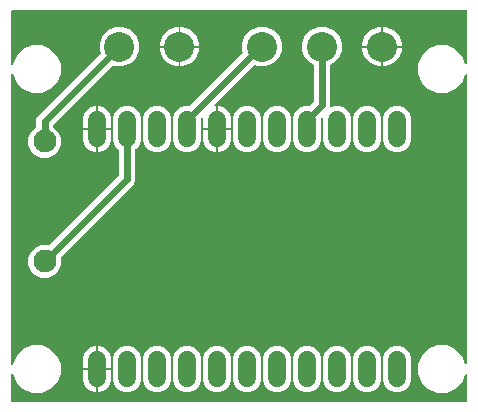
<source format=gbr>
G04 EAGLE Gerber RS-274X export*
G75*
%MOMM*%
%FSLAX34Y34*%
%LPD*%
%INBottom Copper*%
%IPPOS*%
%AMOC8*
5,1,8,0,0,1.08239X$1,22.5*%
G01*
G04 Define Apertures*
%ADD10C,1.524000*%
%ADD11C,2.540000*%
%ADD12C,1.930400*%
%ADD13C,0.609600*%
G36*
X395575Y10220D02*
X395825Y10392D01*
X395989Y10647D01*
X396040Y10922D01*
X396040Y33229D01*
X395980Y33526D01*
X395808Y33776D01*
X395553Y33939D01*
X395254Y33990D01*
X394959Y33920D01*
X394714Y33741D01*
X394574Y33520D01*
X391741Y26680D01*
X386070Y21009D01*
X378660Y17940D01*
X370640Y17940D01*
X363230Y21009D01*
X357559Y26680D01*
X354490Y34090D01*
X354490Y42110D01*
X357559Y49520D01*
X363230Y55191D01*
X370640Y58260D01*
X378660Y58260D01*
X386070Y55191D01*
X391741Y49520D01*
X394574Y42680D01*
X394744Y42428D01*
X394998Y42263D01*
X395296Y42210D01*
X395592Y42277D01*
X395838Y42455D01*
X395995Y42714D01*
X396040Y42971D01*
X396040Y287229D01*
X395980Y287526D01*
X395808Y287776D01*
X395553Y287939D01*
X395254Y287990D01*
X394959Y287920D01*
X394714Y287741D01*
X394574Y287520D01*
X391741Y280680D01*
X386070Y275009D01*
X378660Y271940D01*
X370640Y271940D01*
X363230Y275009D01*
X357559Y280680D01*
X354490Y288090D01*
X354490Y296110D01*
X357559Y303520D01*
X363230Y309191D01*
X370640Y312260D01*
X378660Y312260D01*
X386070Y309191D01*
X391741Y303520D01*
X394574Y296680D01*
X394744Y296428D01*
X394998Y296263D01*
X395296Y296210D01*
X395592Y296277D01*
X395838Y296455D01*
X395995Y296714D01*
X396040Y296971D01*
X396040Y341378D01*
X395980Y341675D01*
X395808Y341925D01*
X395553Y342089D01*
X395278Y342140D01*
X10922Y342140D01*
X10625Y342080D01*
X10375Y341908D01*
X10211Y341653D01*
X10160Y341378D01*
X10160Y296489D01*
X10220Y296191D01*
X10392Y295941D01*
X10647Y295778D01*
X10946Y295727D01*
X11241Y295797D01*
X11486Y295976D01*
X11626Y296197D01*
X14659Y303520D01*
X20330Y309191D01*
X27740Y312260D01*
X35760Y312260D01*
X43170Y309191D01*
X48841Y303520D01*
X51910Y296110D01*
X51910Y288090D01*
X48841Y280680D01*
X43170Y275009D01*
X35760Y271940D01*
X27740Y271940D01*
X20330Y275009D01*
X14659Y280680D01*
X11626Y288003D01*
X11457Y288255D01*
X11202Y288420D01*
X10904Y288473D01*
X10608Y288406D01*
X10362Y288228D01*
X10205Y287969D01*
X10160Y287711D01*
X10160Y42489D01*
X10220Y42191D01*
X10392Y41941D01*
X10647Y41778D01*
X10946Y41727D01*
X11241Y41797D01*
X11486Y41976D01*
X11626Y42197D01*
X14659Y49520D01*
X20330Y55191D01*
X27740Y58260D01*
X35760Y58260D01*
X43170Y55191D01*
X48841Y49520D01*
X51910Y42110D01*
X51910Y34090D01*
X48841Y26680D01*
X43170Y21009D01*
X35760Y17940D01*
X27740Y17940D01*
X20330Y21009D01*
X14659Y26680D01*
X11626Y34003D01*
X11457Y34255D01*
X11202Y34420D01*
X10904Y34473D01*
X10608Y34406D01*
X10362Y34228D01*
X10205Y33969D01*
X10160Y33711D01*
X10160Y10922D01*
X10220Y10625D01*
X10392Y10375D01*
X10647Y10211D01*
X10922Y10160D01*
X395278Y10160D01*
X395575Y10220D01*
G37*
%LPC*%
G36*
X135636Y311912D02*
X135636Y314485D01*
X138188Y320646D01*
X142904Y325362D01*
X149065Y327914D01*
X151638Y327914D01*
X151638Y311912D01*
X135636Y311912D01*
G37*
G36*
X324612Y311912D02*
X324612Y327914D01*
X327185Y327914D01*
X333346Y325362D01*
X338062Y320646D01*
X340614Y314485D01*
X340614Y311912D01*
X324612Y311912D01*
G37*
G36*
X153162Y311912D02*
X153162Y327914D01*
X155735Y327914D01*
X161896Y325362D01*
X166612Y320646D01*
X169164Y314485D01*
X169164Y311912D01*
X153162Y311912D01*
G37*
G36*
X258026Y221996D02*
X253732Y223775D01*
X250445Y227062D01*
X248666Y231356D01*
X248666Y251244D01*
X250445Y255538D01*
X253732Y258825D01*
X258026Y260604D01*
X261661Y260604D01*
X261958Y260664D01*
X262199Y260827D01*
X265715Y264343D01*
X265882Y264596D01*
X265938Y264882D01*
X265938Y295442D01*
X265878Y295739D01*
X265706Y295989D01*
X265468Y296146D01*
X263554Y296938D01*
X258838Y301654D01*
X256286Y307815D01*
X256286Y314485D01*
X258838Y320646D01*
X263554Y325362D01*
X269715Y327914D01*
X276385Y327914D01*
X282546Y325362D01*
X287262Y320646D01*
X289814Y314485D01*
X289814Y307815D01*
X287262Y301654D01*
X282546Y296938D01*
X280632Y296146D01*
X280381Y295976D01*
X280215Y295722D01*
X280162Y295442D01*
X280162Y260392D01*
X280222Y260095D01*
X280394Y259845D01*
X280649Y259682D01*
X280948Y259631D01*
X281216Y259688D01*
X283426Y260604D01*
X288074Y260604D01*
X292368Y258825D01*
X295655Y255538D01*
X297434Y251244D01*
X297434Y231356D01*
X295655Y227062D01*
X292368Y223775D01*
X288074Y221996D01*
X283426Y221996D01*
X279132Y223775D01*
X275845Y227062D01*
X274066Y231356D01*
X274066Y250739D01*
X274006Y251036D01*
X273834Y251286D01*
X273579Y251449D01*
X273280Y251500D01*
X272985Y251430D01*
X272765Y251277D01*
X272257Y250769D01*
X272090Y250516D01*
X272034Y250231D01*
X272034Y231356D01*
X270255Y227062D01*
X266968Y223775D01*
X262674Y221996D01*
X258026Y221996D01*
G37*
G36*
X35534Y217172D02*
X30493Y219260D01*
X26634Y223119D01*
X24546Y228160D01*
X24546Y233616D01*
X26634Y238658D01*
X30493Y242516D01*
X30680Y242593D01*
X30931Y242763D01*
X31097Y243017D01*
X31150Y243297D01*
X31150Y249227D01*
X32233Y251841D01*
X85464Y305071D01*
X85631Y305324D01*
X85687Y305622D01*
X85629Y305902D01*
X84836Y307815D01*
X84836Y314485D01*
X87388Y320646D01*
X92104Y325362D01*
X98265Y327914D01*
X104935Y327914D01*
X111096Y325362D01*
X115812Y320646D01*
X118364Y314485D01*
X118364Y307815D01*
X115812Y301654D01*
X111096Y296938D01*
X104935Y294386D01*
X98265Y294386D01*
X96352Y295179D01*
X96054Y295237D01*
X95757Y295174D01*
X95521Y295014D01*
X45597Y245089D01*
X45430Y244836D01*
X45374Y244551D01*
X45374Y243297D01*
X45434Y243000D01*
X45606Y242750D01*
X45844Y242593D01*
X46032Y242516D01*
X49890Y238658D01*
X51978Y233616D01*
X51978Y228160D01*
X49890Y223119D01*
X46032Y219260D01*
X40990Y217172D01*
X35534Y217172D01*
G37*
G36*
X307086Y311912D02*
X307086Y314485D01*
X309638Y320646D01*
X314354Y325362D01*
X320515Y327914D01*
X323088Y327914D01*
X323088Y311912D01*
X307086Y311912D01*
G37*
G36*
X156426Y221996D02*
X152132Y223775D01*
X148845Y227062D01*
X147066Y231356D01*
X147066Y251244D01*
X148845Y255538D01*
X152132Y258825D01*
X156426Y260604D01*
X160061Y260604D01*
X160358Y260664D01*
X160599Y260827D01*
X205742Y305969D01*
X205909Y306222D01*
X205965Y306520D01*
X205907Y306800D01*
X205486Y307815D01*
X205486Y314485D01*
X208038Y320646D01*
X212754Y325362D01*
X218915Y327914D01*
X225585Y327914D01*
X231746Y325362D01*
X236462Y320646D01*
X239014Y314485D01*
X239014Y307815D01*
X236462Y301654D01*
X231746Y296938D01*
X225585Y294386D01*
X218915Y294386D01*
X216104Y295551D01*
X215806Y295609D01*
X215509Y295546D01*
X215273Y295385D01*
X181793Y261905D01*
X181625Y261652D01*
X181570Y261354D01*
X181635Y261058D01*
X181810Y260810D01*
X182068Y260651D01*
X182332Y260604D01*
X183388Y260604D01*
X183388Y242062D01*
X172466Y242062D01*
X172466Y250739D01*
X172406Y251036D01*
X172234Y251286D01*
X171979Y251449D01*
X171680Y251500D01*
X171385Y251430D01*
X171165Y251277D01*
X170657Y250769D01*
X170490Y250516D01*
X170434Y250231D01*
X170434Y231356D01*
X168655Y227062D01*
X165368Y223775D01*
X161074Y221996D01*
X156426Y221996D01*
G37*
G36*
X324612Y294386D02*
X324612Y310388D01*
X340614Y310388D01*
X340614Y307815D01*
X338062Y301654D01*
X333346Y296938D01*
X327185Y294386D01*
X324612Y294386D01*
G37*
G36*
X320515Y294386D02*
X314354Y296938D01*
X309638Y301654D01*
X307086Y307815D01*
X307086Y310388D01*
X323088Y310388D01*
X323088Y294386D01*
X320515Y294386D01*
G37*
G36*
X153162Y294386D02*
X153162Y310388D01*
X169164Y310388D01*
X169164Y307815D01*
X166612Y301654D01*
X161896Y296938D01*
X155735Y294386D01*
X153162Y294386D01*
G37*
G36*
X149065Y294386D02*
X142904Y296938D01*
X138188Y301654D01*
X135636Y307815D01*
X135636Y310388D01*
X151638Y310388D01*
X151638Y294386D01*
X149065Y294386D01*
G37*
G36*
X70866Y242062D02*
X70866Y251244D01*
X72645Y255538D01*
X75932Y258825D01*
X80226Y260604D01*
X81788Y260604D01*
X81788Y242062D01*
X70866Y242062D01*
G37*
G36*
X334226Y221996D02*
X329932Y223775D01*
X326645Y227062D01*
X324866Y231356D01*
X324866Y251244D01*
X326645Y255538D01*
X329932Y258825D01*
X334226Y260604D01*
X338874Y260604D01*
X343168Y258825D01*
X346455Y255538D01*
X348234Y251244D01*
X348234Y231356D01*
X346455Y227062D01*
X343168Y223775D01*
X338874Y221996D01*
X334226Y221996D01*
G37*
G36*
X308826Y221996D02*
X304532Y223775D01*
X301245Y227062D01*
X299466Y231356D01*
X299466Y251244D01*
X301245Y255538D01*
X304532Y258825D01*
X308826Y260604D01*
X313474Y260604D01*
X317768Y258825D01*
X321055Y255538D01*
X322834Y251244D01*
X322834Y231356D01*
X321055Y227062D01*
X317768Y223775D01*
X313474Y221996D01*
X308826Y221996D01*
G37*
G36*
X232626Y221996D02*
X228332Y223775D01*
X225045Y227062D01*
X223266Y231356D01*
X223266Y251244D01*
X225045Y255538D01*
X228332Y258825D01*
X232626Y260604D01*
X237274Y260604D01*
X241568Y258825D01*
X244855Y255538D01*
X246634Y251244D01*
X246634Y231356D01*
X244855Y227062D01*
X241568Y223775D01*
X237274Y221996D01*
X232626Y221996D01*
G37*
G36*
X131026Y221996D02*
X126732Y223775D01*
X123445Y227062D01*
X121666Y231356D01*
X121666Y251244D01*
X123445Y255538D01*
X126732Y258825D01*
X131026Y260604D01*
X135674Y260604D01*
X139968Y258825D01*
X143255Y255538D01*
X145034Y251244D01*
X145034Y231356D01*
X143255Y227062D01*
X139968Y223775D01*
X135674Y221996D01*
X131026Y221996D01*
G37*
G36*
X83312Y242062D02*
X83312Y260604D01*
X84874Y260604D01*
X89168Y258825D01*
X92455Y255538D01*
X94234Y251244D01*
X94234Y242062D01*
X83312Y242062D01*
G37*
G36*
X184912Y242062D02*
X184912Y260604D01*
X186474Y260604D01*
X190768Y258825D01*
X194055Y255538D01*
X195834Y251244D01*
X195834Y242062D01*
X184912Y242062D01*
G37*
G36*
X207226Y221996D02*
X202932Y223775D01*
X199645Y227062D01*
X197866Y231356D01*
X197866Y251244D01*
X199645Y255538D01*
X202932Y258825D01*
X207226Y260604D01*
X211874Y260604D01*
X216168Y258825D01*
X219455Y255538D01*
X221234Y251244D01*
X221234Y231356D01*
X219455Y227062D01*
X216168Y223775D01*
X211874Y221996D01*
X207226Y221996D01*
G37*
G36*
X35534Y115572D02*
X30493Y117660D01*
X26634Y121519D01*
X24546Y126560D01*
X24546Y132016D01*
X26634Y137058D01*
X30493Y140916D01*
X35534Y143004D01*
X40990Y143004D01*
X41177Y142927D01*
X41475Y142869D01*
X41772Y142931D01*
X42008Y143092D01*
X100615Y201699D01*
X100782Y201952D01*
X100838Y202238D01*
X100838Y223953D01*
X100778Y224250D01*
X100615Y224492D01*
X98045Y227062D01*
X96266Y231356D01*
X96266Y251244D01*
X98045Y255538D01*
X101332Y258825D01*
X105626Y260604D01*
X110274Y260604D01*
X114568Y258825D01*
X117855Y255538D01*
X119634Y251244D01*
X119634Y231356D01*
X117855Y227062D01*
X115285Y224492D01*
X115118Y224239D01*
X115062Y223953D01*
X115062Y197561D01*
X113979Y194947D01*
X52066Y133034D01*
X51898Y132781D01*
X51843Y132483D01*
X51901Y132203D01*
X51978Y132016D01*
X51978Y126560D01*
X49890Y121519D01*
X46032Y117660D01*
X40990Y115572D01*
X35534Y115572D01*
G37*
G36*
X184912Y221996D02*
X184912Y240538D01*
X195834Y240538D01*
X195834Y231356D01*
X194055Y227062D01*
X190768Y223775D01*
X186474Y221996D01*
X184912Y221996D01*
G37*
G36*
X181826Y221996D02*
X177532Y223775D01*
X174245Y227062D01*
X172466Y231356D01*
X172466Y240538D01*
X183388Y240538D01*
X183388Y221996D01*
X181826Y221996D01*
G37*
G36*
X83312Y221996D02*
X83312Y240538D01*
X94234Y240538D01*
X94234Y231356D01*
X92455Y227062D01*
X89168Y223775D01*
X84874Y221996D01*
X83312Y221996D01*
G37*
G36*
X80226Y221996D02*
X75932Y223775D01*
X72645Y227062D01*
X70866Y231356D01*
X70866Y240538D01*
X81788Y240538D01*
X81788Y221996D01*
X80226Y221996D01*
G37*
G36*
X105626Y18796D02*
X101332Y20575D01*
X98045Y23862D01*
X96266Y28156D01*
X96266Y48044D01*
X98045Y52338D01*
X101332Y55625D01*
X105626Y57404D01*
X110274Y57404D01*
X114568Y55625D01*
X117855Y52338D01*
X119634Y48044D01*
X119634Y28156D01*
X117855Y23862D01*
X114568Y20575D01*
X110274Y18796D01*
X105626Y18796D01*
G37*
G36*
X70866Y38862D02*
X70866Y48044D01*
X72645Y52338D01*
X75932Y55625D01*
X80226Y57404D01*
X81788Y57404D01*
X81788Y38862D01*
X70866Y38862D01*
G37*
G36*
X334226Y18796D02*
X329932Y20575D01*
X326645Y23862D01*
X324866Y28156D01*
X324866Y48044D01*
X326645Y52338D01*
X329932Y55625D01*
X334226Y57404D01*
X338874Y57404D01*
X343168Y55625D01*
X346455Y52338D01*
X348234Y48044D01*
X348234Y28156D01*
X346455Y23862D01*
X343168Y20575D01*
X338874Y18796D01*
X334226Y18796D01*
G37*
G36*
X308826Y18796D02*
X304532Y20575D01*
X301245Y23862D01*
X299466Y28156D01*
X299466Y48044D01*
X301245Y52338D01*
X304532Y55625D01*
X308826Y57404D01*
X313474Y57404D01*
X317768Y55625D01*
X321055Y52338D01*
X322834Y48044D01*
X322834Y28156D01*
X321055Y23862D01*
X317768Y20575D01*
X313474Y18796D01*
X308826Y18796D01*
G37*
G36*
X283426Y18796D02*
X279132Y20575D01*
X275845Y23862D01*
X274066Y28156D01*
X274066Y48044D01*
X275845Y52338D01*
X279132Y55625D01*
X283426Y57404D01*
X288074Y57404D01*
X292368Y55625D01*
X295655Y52338D01*
X297434Y48044D01*
X297434Y28156D01*
X295655Y23862D01*
X292368Y20575D01*
X288074Y18796D01*
X283426Y18796D01*
G37*
G36*
X232626Y18796D02*
X228332Y20575D01*
X225045Y23862D01*
X223266Y28156D01*
X223266Y48044D01*
X225045Y52338D01*
X228332Y55625D01*
X232626Y57404D01*
X237274Y57404D01*
X241568Y55625D01*
X244855Y52338D01*
X246634Y48044D01*
X246634Y28156D01*
X244855Y23862D01*
X241568Y20575D01*
X237274Y18796D01*
X232626Y18796D01*
G37*
G36*
X207226Y18796D02*
X202932Y20575D01*
X199645Y23862D01*
X197866Y28156D01*
X197866Y48044D01*
X199645Y52338D01*
X202932Y55625D01*
X207226Y57404D01*
X211874Y57404D01*
X216168Y55625D01*
X219455Y52338D01*
X221234Y48044D01*
X221234Y28156D01*
X219455Y23862D01*
X216168Y20575D01*
X211874Y18796D01*
X207226Y18796D01*
G37*
G36*
X181826Y18796D02*
X177532Y20575D01*
X174245Y23862D01*
X172466Y28156D01*
X172466Y48044D01*
X174245Y52338D01*
X177532Y55625D01*
X181826Y57404D01*
X186474Y57404D01*
X190768Y55625D01*
X194055Y52338D01*
X195834Y48044D01*
X195834Y28156D01*
X194055Y23862D01*
X190768Y20575D01*
X186474Y18796D01*
X181826Y18796D01*
G37*
G36*
X156426Y18796D02*
X152132Y20575D01*
X148845Y23862D01*
X147066Y28156D01*
X147066Y48044D01*
X148845Y52338D01*
X152132Y55625D01*
X156426Y57404D01*
X161074Y57404D01*
X165368Y55625D01*
X168655Y52338D01*
X170434Y48044D01*
X170434Y28156D01*
X168655Y23862D01*
X165368Y20575D01*
X161074Y18796D01*
X156426Y18796D01*
G37*
G36*
X258026Y18796D02*
X253732Y20575D01*
X250445Y23862D01*
X248666Y28156D01*
X248666Y48044D01*
X250445Y52338D01*
X253732Y55625D01*
X258026Y57404D01*
X262674Y57404D01*
X266968Y55625D01*
X270255Y52338D01*
X272034Y48044D01*
X272034Y28156D01*
X270255Y23862D01*
X266968Y20575D01*
X262674Y18796D01*
X258026Y18796D01*
G37*
G36*
X131026Y18796D02*
X126732Y20575D01*
X123445Y23862D01*
X121666Y28156D01*
X121666Y48044D01*
X123445Y52338D01*
X126732Y55625D01*
X131026Y57404D01*
X135674Y57404D01*
X139968Y55625D01*
X143255Y52338D01*
X145034Y48044D01*
X145034Y28156D01*
X143255Y23862D01*
X139968Y20575D01*
X135674Y18796D01*
X131026Y18796D01*
G37*
G36*
X83312Y38862D02*
X83312Y57404D01*
X84874Y57404D01*
X89168Y55625D01*
X92455Y52338D01*
X94234Y48044D01*
X94234Y38862D01*
X83312Y38862D01*
G37*
G36*
X83312Y18796D02*
X83312Y37338D01*
X94234Y37338D01*
X94234Y28156D01*
X92455Y23862D01*
X89168Y20575D01*
X84874Y18796D01*
X83312Y18796D01*
G37*
G36*
X80226Y18796D02*
X75932Y20575D01*
X72645Y23862D01*
X70866Y28156D01*
X70866Y37338D01*
X81788Y37338D01*
X81788Y18796D01*
X80226Y18796D01*
G37*
%LPD*%
D10*
X82550Y233680D02*
X82550Y248920D01*
X107950Y248920D02*
X107950Y233680D01*
X133350Y233680D02*
X133350Y248920D01*
X158750Y248920D02*
X158750Y233680D01*
X184150Y233680D02*
X184150Y248920D01*
X209550Y248920D02*
X209550Y233680D01*
X234950Y233680D02*
X234950Y248920D01*
X260350Y248920D02*
X260350Y233680D01*
X285750Y233680D02*
X285750Y248920D01*
X311150Y248920D02*
X311150Y233680D01*
X336550Y233680D02*
X336550Y248920D01*
X82550Y45720D02*
X82550Y30480D01*
X107950Y30480D02*
X107950Y45720D01*
X133350Y45720D02*
X133350Y30480D01*
X158750Y30480D02*
X158750Y45720D01*
X184150Y45720D02*
X184150Y30480D01*
X209550Y30480D02*
X209550Y45720D01*
X234950Y45720D02*
X234950Y30480D01*
X260350Y30480D02*
X260350Y45720D01*
X285750Y45720D02*
X285750Y30480D01*
X311150Y30480D02*
X311150Y45720D01*
X336550Y45720D02*
X336550Y30480D01*
D11*
X323850Y311150D03*
X273050Y311150D03*
X222250Y311150D03*
X101600Y311150D03*
X152400Y311150D03*
D12*
X38262Y230888D03*
X38262Y129288D03*
D13*
X273050Y261620D02*
X273050Y311150D01*
X273050Y261620D02*
X260350Y248920D01*
X260350Y241300D01*
X158750Y241300D02*
X158750Y248920D01*
X220980Y311150D01*
X222250Y311150D01*
X38262Y247812D02*
X38262Y230888D01*
X38262Y247812D02*
X101600Y311150D01*
X107950Y198976D02*
X38262Y129288D01*
X107950Y198976D02*
X107950Y233680D01*
X107950Y241300D01*
M02*

</source>
